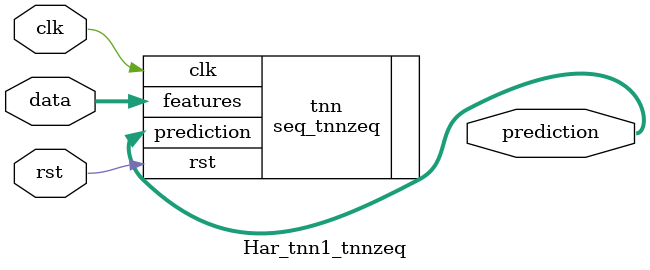
<source format=v>












module Har_tnn1_tnnzeq #(

parameter FEAT_CNT = 12,
parameter HIDDEN_CNT = 40,
parameter FEAT_BITS = 4,
parameter CLASS_CNT = 6,
parameter TEST_CNT = 1000




  ) (
  input clk,
  input rst,
  input [FEAT_CNT*FEAT_BITS-1:0] data,
  output [$clog2(CLASS_CNT)-1:0] prediction
  );

  seq_tnnzeq #(
      .FEAT_CNT(FEAT_CNT),.FEAT_BITS(FEAT_BITS),.HIDDEN_CNT(HIDDEN_CNT),.CLASS_CNT(CLASS_CNT),
  .SPARSE_VALS(480'b010010001001000100010000000011000000000000001010011000010010110010010010000011010010000000000110000100001011000100001001000001011001000010100000001000001010010001000100001001011010101011001000110010000100010000100000000011000000101100010000110101100001101000101000000100000001000100001001000000001010010011000101010010000011101011110000000010001100001100001000101000100011000000100000100101000110101000001100001111100101000111001000000000001100000000000000001100101010110101000010),
  .MASK(480'b111110011001100100010001001011100101010000111011111101010011110011011011100011111111111000111110000111111011001100001111100011011111101110100001001001011010010011011110101011011111101111001010111010010101011110110000001011001000111100010010110111101111101100101001101101000011111100001001110000101011010011001101111010101011101011110001110010001100001100111110111011101111010000101110101111111111101100001110001111100101111111001000101000111101100000010000001110101110111111011011),
  .NONZERO_CNT(640'h08040606080809080806080605070907070604060a0606060606080705070a050b0607070702070a),
  .SPARSE_VALS2(89'b10010110011111001000011111001110110110101011011001101110001000101101101100100001101100111),  // Bits of not-zeroes
  .COL_INDICES(712'h272623201d1b1a1712110d0b03002623201f1d19120e0c0b0805042622201f1d18151211100b04010021201b1a1918161512110d0a060100242322211f1d18161412100e0c0b0a06052422201e1c1a1918161411100e0d0a06), // Column of non-zeros
  .ROW_PTRS(56'h594b3e30211000) // Column of non-zeros // Start indices per row
      ) tnn (
    .clk(clk),
    .rst(rst),
    .features(data),
    .prediction(prediction)
  );

endmodule

</source>
